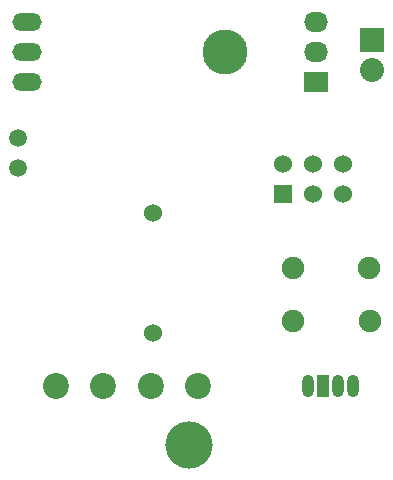
<source format=gbr>
G04 #@! TF.GenerationSoftware,KiCad,Pcbnew,(2017-09-19 revision dddaa7e69)-makepkg*
G04 #@! TF.CreationDate,2017-11-10T02:15:54+01:00*
G04 #@! TF.ProjectId,RICOH_AFICIO_SG_2100N_GEL_CHIP_RESETTER,5249434F485F41464943494F5F53475F,1*
G04 #@! TF.SameCoordinates,Original*
G04 #@! TF.FileFunction,Soldermask,Bot*
G04 #@! TF.FilePolarity,Negative*
%FSLAX46Y46*%
G04 Gerber Fmt 4.6, Leading zero omitted, Abs format (unit mm)*
G04 Created by KiCad (PCBNEW (2017-09-19 revision dddaa7e69)-makepkg) date 11/10/17 02:15:54*
%MOMM*%
%LPD*%
G01*
G04 APERTURE LIST*
%ADD10C,1.905000*%
%ADD11C,1.501140*%
%ADD12R,1.524000X1.524000*%
%ADD13C,1.524000*%
%ADD14R,2.032000X2.032000*%
%ADD15O,2.032000X2.032000*%
%ADD16R,2.032000X1.727200*%
%ADD17O,2.032000X1.727200*%
%ADD18C,4.000000*%
%ADD19C,2.200000*%
%ADD20O,1.000000X1.900000*%
%ADD21R,1.000000X1.900000*%
%ADD22O,2.499360X1.501140*%
%ADD23C,3.799840*%
G04 APERTURE END LIST*
D10*
X167498660Y-107752100D03*
X161052140Y-107752100D03*
X167549460Y-112247900D03*
X161100400Y-112247900D03*
D11*
X137800000Y-96760000D03*
X137800000Y-99300000D03*
D12*
X160210000Y-101520000D03*
D13*
X160210000Y-98980000D03*
X162750000Y-101520000D03*
X162750000Y-98980000D03*
X165290000Y-101520000D03*
X165290000Y-98980000D03*
X149200000Y-113280000D03*
X149200000Y-103120000D03*
D14*
X167750000Y-88500000D03*
D15*
X167750000Y-91040000D03*
D16*
X163000000Y-92000000D03*
D17*
X163000000Y-89460000D03*
X163000000Y-86920000D03*
D18*
X152250000Y-122750000D03*
D19*
X141000000Y-117750000D03*
X145000000Y-117750000D03*
X149000000Y-117750000D03*
X153000000Y-117750000D03*
D20*
X162350000Y-117750000D03*
D21*
X163620000Y-117750000D03*
D20*
X164890000Y-117750000D03*
X166160000Y-117750000D03*
D22*
X138500000Y-89500000D03*
X138500000Y-86960000D03*
X138500000Y-92040000D03*
D23*
X155264000Y-89500000D03*
M02*

</source>
